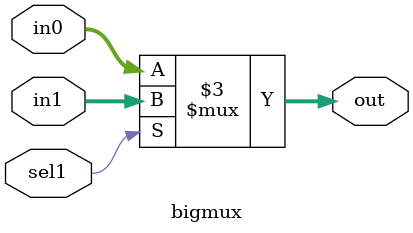
<source format=v>
`timescale 1ns / 1ps


module bigmux( input sel1,
	input [4:0] in0, in1,
	output reg [4:0] out
    );
always@(*) begin 
	if(sel1) out=in1; 
	else out=in0;
end
endmodule

</source>
